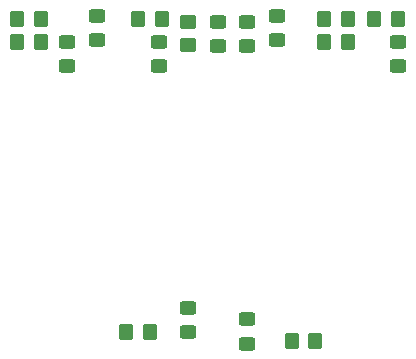
<source format=gbr>
%TF.GenerationSoftware,KiCad,Pcbnew,8.0.9-8.0.9-0~ubuntu20.04.1*%
%TF.CreationDate,2025-08-05T19:54:57+10:00*%
%TF.ProjectId,glowforge-psu-breakout,676c6f77-666f-4726-9765-2d7073752d62,rev?*%
%TF.SameCoordinates,Original*%
%TF.FileFunction,Paste,Top*%
%TF.FilePolarity,Positive*%
%FSLAX46Y46*%
G04 Gerber Fmt 4.6, Leading zero omitted, Abs format (unit mm)*
G04 Created by KiCad (PCBNEW 8.0.9-8.0.9-0~ubuntu20.04.1) date 2025-08-05 19:54:57*
%MOMM*%
%LPD*%
G01*
G04 APERTURE LIST*
G04 Aperture macros list*
%AMRoundRect*
0 Rectangle with rounded corners*
0 $1 Rounding radius*
0 $2 $3 $4 $5 $6 $7 $8 $9 X,Y pos of 4 corners*
0 Add a 4 corners polygon primitive as box body*
4,1,4,$2,$3,$4,$5,$6,$7,$8,$9,$2,$3,0*
0 Add four circle primitives for the rounded corners*
1,1,$1+$1,$2,$3*
1,1,$1+$1,$4,$5*
1,1,$1+$1,$6,$7*
1,1,$1+$1,$8,$9*
0 Add four rect primitives between the rounded corners*
20,1,$1+$1,$2,$3,$4,$5,0*
20,1,$1+$1,$4,$5,$6,$7,0*
20,1,$1+$1,$6,$7,$8,$9,0*
20,1,$1+$1,$8,$9,$2,$3,0*%
G04 Aperture macros list end*
%ADD10RoundRect,0.250000X-0.350000X-0.450000X0.350000X-0.450000X0.350000X0.450000X-0.350000X0.450000X0*%
%ADD11RoundRect,0.250000X0.450000X-0.350000X0.450000X0.350000X-0.450000X0.350000X-0.450000X-0.350000X0*%
%ADD12RoundRect,0.250000X-0.450000X0.325000X-0.450000X-0.325000X0.450000X-0.325000X0.450000X0.325000X0*%
%ADD13RoundRect,0.250000X0.350000X0.450000X-0.350000X0.450000X-0.350000X-0.450000X0.350000X-0.450000X0*%
%ADD14RoundRect,0.250000X0.450000X-0.325000X0.450000X0.325000X-0.450000X0.325000X-0.450000X-0.325000X0*%
G04 APERTURE END LIST*
D10*
%TO.C,R9*%
X167000000Y-107750000D03*
X169000000Y-107750000D03*
%TD*%
D11*
%TO.C,R6*%
X158250000Y-82750000D03*
X158250000Y-80750000D03*
%TD*%
D10*
%TO.C,R8*%
X169750000Y-82500000D03*
X171750000Y-82500000D03*
%TD*%
D12*
%TO.C,D1*%
X176000000Y-82450000D03*
X176000000Y-84500000D03*
%TD*%
D13*
%TO.C,R3*%
X156000000Y-80500000D03*
X154000000Y-80500000D03*
%TD*%
D12*
%TO.C,D6*%
X160750000Y-80725000D03*
X160750000Y-82775000D03*
%TD*%
%TO.C,D8*%
X165750000Y-80225000D03*
X165750000Y-82275000D03*
%TD*%
%TO.C,D7*%
X163250000Y-80725000D03*
X163250000Y-82775000D03*
%TD*%
%TO.C,D2*%
X155750000Y-82475000D03*
X155750000Y-84525000D03*
%TD*%
D14*
%TO.C,D3*%
X158250000Y-107000000D03*
X158250000Y-104950000D03*
%TD*%
D13*
%TO.C,R4*%
X145750000Y-80500000D03*
X143750000Y-80500000D03*
%TD*%
%TO.C,R1*%
X176000000Y-80500000D03*
X174000000Y-80500000D03*
%TD*%
D10*
%TO.C,R7*%
X169750000Y-80500000D03*
X171750000Y-80500000D03*
%TD*%
D12*
%TO.C,D4*%
X150500000Y-80225000D03*
X150500000Y-82275000D03*
%TD*%
D14*
%TO.C,D9*%
X163250000Y-108000000D03*
X163250000Y-105950000D03*
%TD*%
D13*
%TO.C,R5*%
X145750000Y-82500000D03*
X143750000Y-82500000D03*
%TD*%
D12*
%TO.C,D5*%
X148000000Y-82475000D03*
X148000000Y-84525000D03*
%TD*%
D13*
%TO.C,R2*%
X155000000Y-107000000D03*
X153000000Y-107000000D03*
%TD*%
M02*

</source>
